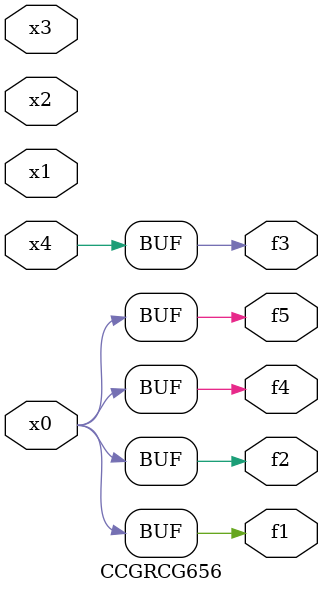
<source format=v>
module CCGRCG656(
	input x0, x1, x2, x3, x4,
	output f1, f2, f3, f4, f5
);
	assign f1 = x0;
	assign f2 = x0;
	assign f3 = x4;
	assign f4 = x0;
	assign f5 = x0;
endmodule

</source>
